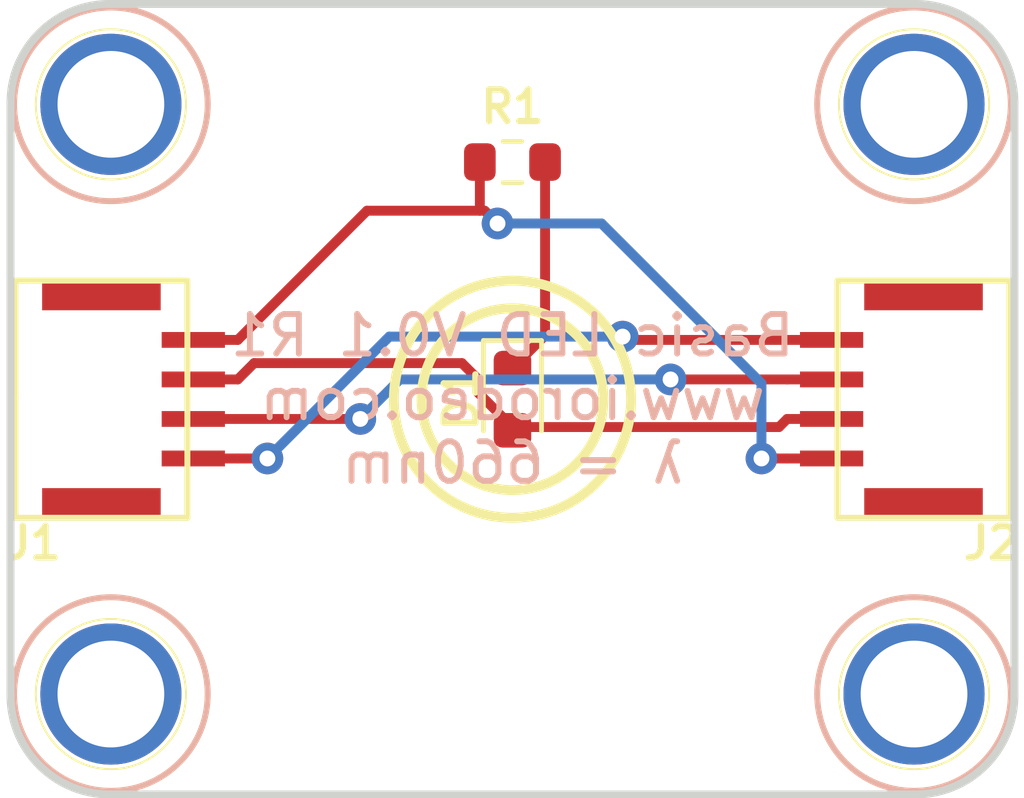
<source format=kicad_pcb>
(kicad_pcb (version 20171130) (host pcbnew 5.1.7-a382d34a8~87~ubuntu18.04.1)

  (general
    (thickness 1.6)
    (drawings 11)
    (tracks 42)
    (zones 0)
    (modules 8)
    (nets 6)
  )

  (page A4)
  (layers
    (0 F.Cu signal)
    (31 B.Cu signal)
    (32 B.Adhes user)
    (33 F.Adhes user)
    (34 B.Paste user)
    (35 F.Paste user)
    (36 B.SilkS user)
    (37 F.SilkS user)
    (38 B.Mask user)
    (39 F.Mask user)
    (40 Dwgs.User user)
    (41 Cmts.User user)
    (42 Eco1.User user)
    (43 Eco2.User user)
    (44 Edge.Cuts user)
    (45 Margin user)
    (46 B.CrtYd user)
    (47 F.CrtYd user)
    (48 B.Fab user)
    (49 F.Fab user)
  )

  (setup
    (last_trace_width 0.25)
    (trace_clearance 0.2)
    (zone_clearance 0.508)
    (zone_45_only no)
    (trace_min 0.2)
    (via_size 0.8)
    (via_drill 0.4)
    (via_min_size 0.4)
    (via_min_drill 0.3)
    (uvia_size 0.3)
    (uvia_drill 0.1)
    (uvias_allowed no)
    (uvia_min_size 0.2)
    (uvia_min_drill 0.1)
    (edge_width 0.05)
    (segment_width 0.2)
    (pcb_text_width 0.3)
    (pcb_text_size 1.5 1.5)
    (mod_edge_width 0.12)
    (mod_text_size 1 1)
    (mod_text_width 0.15)
    (pad_size 3.57 3.57)
    (pad_drill 2.7)
    (pad_to_mask_clearance 0)
    (aux_axis_origin 0 0)
    (visible_elements FFFFFF7F)
    (pcbplotparams
      (layerselection 0x010fc_ffffffff)
      (usegerberextensions false)
      (usegerberattributes true)
      (usegerberadvancedattributes true)
      (creategerberjobfile true)
      (excludeedgelayer true)
      (linewidth 0.100000)
      (plotframeref false)
      (viasonmask false)
      (mode 1)
      (useauxorigin false)
      (hpglpennumber 1)
      (hpglpenspeed 20)
      (hpglpendiameter 15.000000)
      (psnegative false)
      (psa4output false)
      (plotreference true)
      (plotvalue true)
      (plotinvisibletext false)
      (padsonsilk false)
      (subtractmaskfromsilk false)
      (outputformat 1)
      (mirror false)
      (drillshape 0)
      (scaleselection 1)
      (outputdirectory "gerber_v0p1/"))
  )

  (net 0 "")
  (net 1 GND)
  (net 2 "Net-(D1-Pad1)")
  (net 3 /3V3)
  (net 4 /SCL)
  (net 5 /SDA)

  (net_class Default "This is the default net class."
    (clearance 0.2)
    (trace_width 0.25)
    (via_dia 0.8)
    (via_drill 0.4)
    (uvia_dia 0.3)
    (uvia_drill 0.1)
    (add_net /3V3)
    (add_net /SCL)
    (add_net /SDA)
    (add_net GND)
    (add_net "Net-(D1-Pad1)")
  )

  (module BOOMELE_SH_SMD:BOOMELE_SMD_SH_4PIN_RT (layer F.Cu) (tedit 61D2228C) (tstamp 618729F0)
    (at 72.62 60 270)
    (path /617591D1)
    (attr smd)
    (fp_text reference J2 (at 3.64 -2.2 180) (layer F.SilkS)
      (effects (font (size 0.8 0.8) (thickness 0.16)))
    )
    (fp_text value Conn_01x04 (at 0.025 -4.95 90) (layer F.Fab) hide
      (effects (font (size 1 1) (thickness 0.15)))
    )
    (fp_line (start 3 -2.655) (end 0 -2.655) (layer F.SilkS) (width 0.15))
    (fp_line (start 0 -2.655) (end -3 -2.655) (layer F.SilkS) (width 0.15))
    (fp_line (start 3 -2.655) (end 3 1.695) (layer F.SilkS) (width 0.15))
    (fp_line (start 3 1.695) (end -3 1.695) (layer F.SilkS) (width 0.15))
    (fp_line (start -3 1.695) (end -3 -2.655) (layer F.SilkS) (width 0.15))
    (pad "" smd rect (at -2.65 -0.48 90) (size 0.8 3) (layers F.Cu F.Paste F.Mask))
    (pad "" smd rect (at 2.65 -0.48 90) (size 0.8 3) (layers F.Cu F.Paste F.Mask))
    (pad 4 smd rect (at -1.5 1.845 90) (size 0.4 1.6) (layers F.Cu F.Paste F.Mask)
      (net 4 /SCL))
    (pad 3 smd rect (at -0.5 1.845 90) (size 0.4 1.6) (layers F.Cu F.Paste F.Mask)
      (net 5 /SDA))
    (pad 2 smd rect (at 0.5 1.845 90) (size 0.4 1.6) (layers F.Cu F.Paste F.Mask)
      (net 3 /3V3))
    (pad 1 smd rect (at 1.5 1.845 90) (size 0.4 1.6) (layers F.Cu F.Paste F.Mask)
      (net 1 GND))
    (model ${KIPRJMOD}/BOOMELE_SH_SMD.pretty/boomele_sh_smd_4pin/boomele_sh_smd_4pin.wrl
      (at (xyz 0 0 0))
      (scale (xyz 1 1 1))
      (rotate (xyz 0 0 180))
    )
  )

  (module BOOMELE_SH_SMD:BOOMELE_SMD_SH_4PIN_RT (layer F.Cu) (tedit 61D2228C) (tstamp 618729E1)
    (at 52.78 60 90)
    (path /617588B6)
    (attr smd)
    (fp_text reference J1 (at -3.64 -2.2 180) (layer F.SilkS)
      (effects (font (size 0.8 0.8) (thickness 0.16)))
    )
    (fp_text value Conn_01x04 (at 0.025 -4.95 90) (layer F.Fab) hide
      (effects (font (size 1 1) (thickness 0.15)))
    )
    (fp_line (start 3 -2.655) (end 0 -2.655) (layer F.SilkS) (width 0.15))
    (fp_line (start 0 -2.655) (end -3 -2.655) (layer F.SilkS) (width 0.15))
    (fp_line (start 3 -2.655) (end 3 1.695) (layer F.SilkS) (width 0.15))
    (fp_line (start 3 1.695) (end -3 1.695) (layer F.SilkS) (width 0.15))
    (fp_line (start -3 1.695) (end -3 -2.655) (layer F.SilkS) (width 0.15))
    (pad "" smd rect (at -2.65 -0.48 270) (size 0.8 3) (layers F.Cu F.Paste F.Mask))
    (pad "" smd rect (at 2.65 -0.48 270) (size 0.8 3) (layers F.Cu F.Paste F.Mask))
    (pad 4 smd rect (at -1.5 1.845 270) (size 0.4 1.6) (layers F.Cu F.Paste F.Mask)
      (net 4 /SCL))
    (pad 3 smd rect (at -0.5 1.845 270) (size 0.4 1.6) (layers F.Cu F.Paste F.Mask)
      (net 5 /SDA))
    (pad 2 smd rect (at 0.5 1.845 270) (size 0.4 1.6) (layers F.Cu F.Paste F.Mask)
      (net 3 /3V3))
    (pad 1 smd rect (at 1.5 1.845 270) (size 0.4 1.6) (layers F.Cu F.Paste F.Mask)
      (net 1 GND))
    (model ${KIPRJMOD}/BOOMELE_SH_SMD.pretty/boomele_sh_smd_4pin/boomele_sh_smd_4pin.wrl
      (at (xyz 0 0 0))
      (scale (xyz 1 1 1))
      (rotate (xyz 0 0 180))
    )
  )

  (module custom_mount_hole:MountingHole_2.5mm_Pad (layer F.Cu) (tedit 61887BF6) (tstamp 618725F7)
    (at 52.54 67.46)
    (descr "Mounting Hole 2.5mm")
    (tags "mounting hole 2.5mm")
    (attr virtual)
    (fp_text reference M4 (at 0 -3.5) (layer F.SilkS) hide
      (effects (font (size 0.8 0.8) (thickness 0.16)))
    )
    (fp_text value MountingHole_2.5mm_Pad (at 0 3.5) (layer F.Fab) hide
      (effects (font (size 1 1) (thickness 0.15)))
    )
    (fp_circle (center 0 0) (end 2.45 0) (layer F.SilkS) (width 0.15))
    (fp_circle (center 0 0) (end 1.9 0) (layer F.SilkS) (width 0.05))
    (fp_circle (center 0 0) (end 2.45 0) (layer B.SilkS) (width 0.15))
    (fp_text user %R (at 0.3 0) (layer F.Fab) hide
      (effects (font (size 0.8 0.8) (thickness 0.16)))
    )
    (pad ~ thru_hole circle (at 0 0) (size 3.57 3.57) (drill 2.7) (layers *.Cu *.Mask))
  )

  (module custom_mount_hole:MountingHole_2.5mm_Pad (layer F.Cu) (tedit 61887BF6) (tstamp 618725DA)
    (at 72.86 67.46)
    (descr "Mounting Hole 2.5mm")
    (tags "mounting hole 2.5mm")
    (attr virtual)
    (fp_text reference M3 (at 0 -3.5) (layer F.SilkS) hide
      (effects (font (size 0.8 0.8) (thickness 0.16)))
    )
    (fp_text value MountingHole_2.5mm_Pad (at 0 3.5) (layer F.Fab) hide
      (effects (font (size 1 1) (thickness 0.15)))
    )
    (fp_circle (center 0 0) (end 2.45 0) (layer F.SilkS) (width 0.15))
    (fp_circle (center 0 0) (end 1.9 0) (layer F.SilkS) (width 0.05))
    (fp_circle (center 0 0) (end 2.45 0) (layer B.SilkS) (width 0.15))
    (fp_text user %R (at 0.3 0) (layer F.Fab) hide
      (effects (font (size 0.8 0.8) (thickness 0.16)))
    )
    (pad ~ thru_hole circle (at 0 0) (size 3.57 3.57) (drill 2.7) (layers *.Cu *.Mask))
  )

  (module custom_mount_hole:MountingHole_2.5mm_Pad (layer F.Cu) (tedit 61887BF6) (tstamp 618725BD)
    (at 72.86 52.54)
    (descr "Mounting Hole 2.5mm")
    (tags "mounting hole 2.5mm")
    (attr virtual)
    (fp_text reference M2 (at 0 -3.5) (layer F.SilkS) hide
      (effects (font (size 0.8 0.8) (thickness 0.16)))
    )
    (fp_text value MountingHole_2.5mm_Pad (at 0 3.5) (layer F.Fab) hide
      (effects (font (size 1 1) (thickness 0.15)))
    )
    (fp_circle (center 0 0) (end 2.45 0) (layer F.SilkS) (width 0.15))
    (fp_circle (center 0 0) (end 1.9 0) (layer F.SilkS) (width 0.05))
    (fp_circle (center 0 0) (end 2.45 0) (layer B.SilkS) (width 0.15))
    (fp_text user %R (at 0.3 0) (layer F.Fab) hide
      (effects (font (size 0.8 0.8) (thickness 0.16)))
    )
    (pad ~ thru_hole circle (at 0 0) (size 3.57 3.57) (drill 2.7) (layers *.Cu *.Mask))
  )

  (module custom_mount_hole:MountingHole_2.5mm_Pad (layer F.Cu) (tedit 61887BF6) (tstamp 6187251A)
    (at 52.54 52.54)
    (descr "Mounting Hole 2.5mm")
    (tags "mounting hole 2.5mm")
    (attr virtual)
    (fp_text reference M1 (at 0 -3.5) (layer F.SilkS) hide
      (effects (font (size 0.8 0.8) (thickness 0.16)))
    )
    (fp_text value MountingHole_2.5mm_Pad (at 0 3.5) (layer F.Fab) hide
      (effects (font (size 1 1) (thickness 0.15)))
    )
    (fp_circle (center 0 0) (end 2.45 0) (layer F.SilkS) (width 0.15))
    (fp_circle (center 0 0) (end 1.9 0) (layer F.SilkS) (width 0.05))
    (fp_circle (center 0 0) (end 2.45 0) (layer B.SilkS) (width 0.15))
    (fp_text user %R (at 0.3 0) (layer F.Fab) hide
      (effects (font (size 0.8 0.8) (thickness 0.16)))
    )
    (pad ~ thru_hole circle (at 0 0) (size 3.57 3.57) (drill 2.7) (layers *.Cu *.Mask))
  )

  (module LED_SMD:LED_0603_1608Metric (layer F.Cu) (tedit 5F68FEF1) (tstamp 618729D2)
    (at 62.7 60 270)
    (descr "LED SMD 0603 (1608 Metric), square (rectangular) end terminal, IPC_7351 nominal, (Body size source: http://www.tortai-tech.com/upload/download/2011102023233369053.pdf), generated with kicad-footprint-generator")
    (tags LED)
    (path /617C0FF2)
    (attr smd)
    (fp_text reference D1 (at 0 1.3 270) (layer F.SilkS)
      (effects (font (size 0.8 0.8) (thickness 0.16)))
    )
    (fp_text value LED_ALT (at 0 1.43 90) (layer F.Fab) hide
      (effects (font (size 1 1) (thickness 0.15)))
    )
    (fp_line (start 0.8 -0.4) (end -0.5 -0.4) (layer F.Fab) (width 0.1))
    (fp_line (start -0.5 -0.4) (end -0.8 -0.1) (layer F.Fab) (width 0.1))
    (fp_line (start -0.8 -0.1) (end -0.8 0.4) (layer F.Fab) (width 0.1))
    (fp_line (start -0.8 0.4) (end 0.8 0.4) (layer F.Fab) (width 0.1))
    (fp_line (start 0.8 0.4) (end 0.8 -0.4) (layer F.Fab) (width 0.1))
    (fp_line (start 0.8 -0.735) (end -1.485 -0.735) (layer F.SilkS) (width 0.12))
    (fp_line (start -1.485 -0.735) (end -1.485 0.735) (layer F.SilkS) (width 0.12))
    (fp_line (start -1.485 0.735) (end 0.8 0.735) (layer F.SilkS) (width 0.12))
    (fp_line (start -1.48 0.73) (end -1.48 -0.73) (layer F.CrtYd) (width 0.05))
    (fp_line (start -1.48 -0.73) (end 1.48 -0.73) (layer F.CrtYd) (width 0.05))
    (fp_line (start 1.48 -0.73) (end 1.48 0.73) (layer F.CrtYd) (width 0.05))
    (fp_line (start 1.48 0.73) (end -1.48 0.73) (layer F.CrtYd) (width 0.05))
    (fp_text user %R (at 0 0 90) (layer F.Fab)
      (effects (font (size 0.8 0.8) (thickness 0.16)))
    )
    (pad 2 smd roundrect (at 0.7875 0 270) (size 0.875 0.95) (layers F.Cu F.Paste F.Mask) (roundrect_rratio 0.25)
      (net 3 /3V3))
    (pad 1 smd roundrect (at -0.7875 0 270) (size 0.875 0.95) (layers F.Cu F.Paste F.Mask) (roundrect_rratio 0.25)
      (net 2 "Net-(D1-Pad1)"))
    (model ${KISYS3DMOD}/LED_SMD.3dshapes/LED_0603_1608Metric.wrl
      (at (xyz 0 0 0))
      (scale (xyz 1 1 1))
      (rotate (xyz 0 0 0))
    )
  )

  (module Resistor_SMD:R_0603_1608Metric (layer F.Cu) (tedit 5F68FEEE) (tstamp 61D144FD)
    (at 62.7 54 180)
    (descr "Resistor SMD 0603 (1608 Metric), square (rectangular) end terminal, IPC_7351 nominal, (Body size source: IPC-SM-782 page 72, https://www.pcb-3d.com/wordpress/wp-content/uploads/ipc-sm-782a_amendment_1_and_2.pdf), generated with kicad-footprint-generator")
    (tags resistor)
    (path /617C7054)
    (attr smd)
    (fp_text reference R1 (at 0 1.4) (layer F.SilkS)
      (effects (font (size 0.8 0.8) (thickness 0.16)))
    )
    (fp_text value 82 (at 2.3 0) (layer F.Fab)
      (effects (font (size 0.8 0.8) (thickness 0.16)))
    )
    (fp_line (start 1.48 0.73) (end -1.48 0.73) (layer F.CrtYd) (width 0.05))
    (fp_line (start 1.48 -0.73) (end 1.48 0.73) (layer F.CrtYd) (width 0.05))
    (fp_line (start -1.48 -0.73) (end 1.48 -0.73) (layer F.CrtYd) (width 0.05))
    (fp_line (start -1.48 0.73) (end -1.48 -0.73) (layer F.CrtYd) (width 0.05))
    (fp_line (start -0.237258 0.5225) (end 0.237258 0.5225) (layer F.SilkS) (width 0.12))
    (fp_line (start -0.237258 -0.5225) (end 0.237258 -0.5225) (layer F.SilkS) (width 0.12))
    (fp_line (start 0.8 0.4125) (end -0.8 0.4125) (layer F.Fab) (width 0.1))
    (fp_line (start 0.8 -0.4125) (end 0.8 0.4125) (layer F.Fab) (width 0.1))
    (fp_line (start -0.8 -0.4125) (end 0.8 -0.4125) (layer F.Fab) (width 0.1))
    (fp_line (start -0.8 0.4125) (end -0.8 -0.4125) (layer F.Fab) (width 0.1))
    (fp_text user %R (at 0 0) (layer F.Fab)
      (effects (font (size 0.4 0.4) (thickness 0.06)))
    )
    (pad 1 smd roundrect (at -0.825 0 180) (size 0.8 0.95) (layers F.Cu F.Paste F.Mask) (roundrect_rratio 0.25)
      (net 2 "Net-(D1-Pad1)"))
    (pad 2 smd roundrect (at 0.825 0 180) (size 0.8 0.95) (layers F.Cu F.Paste F.Mask) (roundrect_rratio 0.25)
      (net 1 GND))
    (model ${KISYS3DMOD}/Resistor_SMD.3dshapes/R_0603_1608Metric.wrl
      (at (xyz 0 0 0))
      (scale (xyz 1 1 1))
      (rotate (xyz 0 0 0))
    )
  )

  (gr_text "Basic LED V0.1 R1\nwww.iorodeo.com\nλ = 660nm" (at 62.7 60) (layer B.SilkS)
    (effects (font (size 1 1) (thickness 0.15)) (justify mirror))
  )
  (gr_circle (center 62.7 60) (end 65 60) (layer F.SilkS) (width 0.25))
  (gr_circle (center 62.7 60) (end 65.7 60) (layer F.SilkS) (width 0.25))
  (gr_line (start 50 52.5) (end 50 67.5) (layer Edge.Cuts) (width 0.2))
  (gr_line (start 52.5 50) (end 72.9 50) (layer Edge.Cuts) (width 0.2))
  (gr_line (start 75.4 52.5) (end 75.4 67.5) (layer Edge.Cuts) (width 0.2))
  (gr_arc (start 52.5 67.5) (end 50 67.5) (angle -90) (layer Edge.Cuts) (width 0.2))
  (gr_arc (start 72.9 67.5) (end 72.9 70) (angle -90) (layer Edge.Cuts) (width 0.2))
  (gr_arc (start 72.9 52.5) (end 75.4 52.5) (angle -90) (layer Edge.Cuts) (width 0.2))
  (gr_arc (start 52.5 52.5) (end 52.5 50) (angle -90) (layer Edge.Cuts) (width 0.2))
  (gr_line (start 52.5 70) (end 72.9 70) (layer Edge.Cuts) (width 0.2))

  (segment (start 63.8275 55.5545) (end 62.3226 55.5545) (width 0.25) (layer B.Cu) (net 1))
  (segment (start 61.875 55.2314) (end 59.0189 55.2314) (width 0.25) (layer F.Cu) (net 1))
  (segment (start 59.0189 55.2314) (end 55.7503 58.5) (width 0.25) (layer F.Cu) (net 1))
  (segment (start 62.3226 55.5545) (end 61.9995 55.2314) (width 0.25) (layer F.Cu) (net 1))
  (segment (start 61.9995 55.2314) (end 61.875 55.2314) (width 0.25) (layer F.Cu) (net 1))
  (segment (start 61.875 55.2314) (end 61.875 54) (width 0.25) (layer F.Cu) (net 1))
  (segment (start 54.625 58.5) (end 55.7503 58.5) (width 0.25) (layer F.Cu) (net 1))
  (segment (start 70.775 61.5) (end 69.6497 61.5) (width 0.25) (layer F.Cu) (net 1))
  (via (at 62.3226 55.5545) (size 0.8) (layers F.Cu B.Cu) (net 1))
  (via (at 69 61.5) (size 0.8) (drill 0.4) (layers F.Cu B.Cu) (net 1))
  (segment (start 69.6497 61.5) (end 69 61.5) (width 0.25) (layer F.Cu) (net 1))
  (segment (start 69 61.5) (end 69 59.6) (width 0.25) (layer B.Cu) (net 1))
  (segment (start 64.9545 55.5545) (end 63.8275 55.5545) (width 0.25) (layer B.Cu) (net 1))
  (segment (start 69 59.6) (end 64.9545 55.5545) (width 0.25) (layer B.Cu) (net 1))
  (segment (start 63.525 54) (end 63.525 58.3875) (width 0.25) (layer F.Cu) (net 2))
  (segment (start 63.525 58.3875) (end 62.7 59.2125) (width 0.25) (layer F.Cu) (net 2))
  (segment (start 54.625 59.5) (end 55.7503 59.5) (width 0.25) (layer F.Cu) (net 3))
  (segment (start 62.7 60.7047) (end 61.8463 59.851) (width 0.25) (layer F.Cu) (net 3))
  (segment (start 61.8463 59.851) (end 61.8463 59.5119) (width 0.25) (layer F.Cu) (net 3))
  (segment (start 61.8463 59.5119) (end 61.4215 59.0871) (width 0.25) (layer F.Cu) (net 3))
  (segment (start 61.4215 59.0871) (end 56.1632 59.0871) (width 0.25) (layer F.Cu) (net 3))
  (segment (start 56.1632 59.0871) (end 55.7503 59.5) (width 0.25) (layer F.Cu) (net 3))
  (segment (start 62.7 60.7875) (end 62.7 60.7047) (width 0.25) (layer F.Cu) (net 3))
  (segment (start 62.7 60.7047) (end 69.445 60.7047) (width 0.25) (layer F.Cu) (net 3))
  (segment (start 69.445 60.7047) (end 69.6497 60.5) (width 0.25) (layer F.Cu) (net 3))
  (segment (start 70.775 60.5) (end 69.6497 60.5) (width 0.25) (layer F.Cu) (net 3))
  (segment (start 54.625 61.5) (end 55.7503 61.5) (width 0.25) (layer F.Cu) (net 4))
  (segment (start 70.775 58.5) (end 65.5706 58.5) (width 0.25) (layer F.Cu) (net 4))
  (segment (start 65.5706 58.5) (end 65.4872 58.4166) (width 0.25) (layer F.Cu) (net 4))
  (via (at 65.4872 58.4166) (size 0.8) (layers F.Cu B.Cu) (net 4))
  (via (at 56.5 61.5) (size 0.8) (drill 0.4) (layers F.Cu B.Cu) (net 4))
  (segment (start 55.7503 61.5) (end 56.5 61.5) (width 0.25) (layer F.Cu) (net 4))
  (segment (start 59.5 58.5) (end 56.5 61.5) (width 0.25) (layer B.Cu) (net 4))
  (segment (start 59.5834 58.4166) (end 59.5 58.5) (width 0.25) (layer B.Cu) (net 4))
  (segment (start 65.4872 58.4166) (end 59.5834 58.4166) (width 0.25) (layer B.Cu) (net 4))
  (segment (start 70.775 59.5) (end 69.6497 59.5) (width 0.25) (layer F.Cu) (net 5))
  (via (at 58.85 60.5) (size 0.8) (drill 0.4) (layers F.Cu B.Cu) (net 5))
  (segment (start 54.625 60.5) (end 58.85 60.5) (width 0.25) (layer F.Cu) (net 5))
  (segment (start 58.85 60.5) (end 59.85 59.5) (width 0.25) (layer B.Cu) (net 5))
  (via (at 66.7 59.5) (size 0.8) (drill 0.4) (layers F.Cu B.Cu) (net 5))
  (segment (start 69.6497 59.5) (end 66.7 59.5) (width 0.25) (layer F.Cu) (net 5))
  (segment (start 66.7 59.5) (end 59.85 59.5) (width 0.25) (layer B.Cu) (net 5))

  (zone (net 0) (net_name "") (layer F.Cu) (tstamp 0) (hatch edge 0.508)
    (connect_pads (clearance 0.508))
    (min_thickness 0.254)
    (keepout (tracks not_allowed) (vias not_allowed) (copperpour allowed))
    (fill (arc_segments 32) (thermal_gap 0.508) (thermal_bridge_width 0.508))
    (polygon
      (pts
        (xy 53.6 63.1) (xy 50 63.1) (xy 50 56.9) (xy 53.6 56.9)
      )
    )
  )
  (zone (net 0) (net_name "") (layer F.Cu) (tstamp 0) (hatch edge 0.508)
    (connect_pads (clearance 0.508))
    (min_thickness 0.254)
    (keepout (tracks not_allowed) (vias not_allowed) (copperpour allowed))
    (fill (arc_segments 32) (thermal_gap 0.508) (thermal_bridge_width 0.508))
    (polygon
      (pts
        (xy 75.2 63.1) (xy 71.6 63.1) (xy 71.6 57) (xy 75.2 57)
      )
    )
  )
)

</source>
